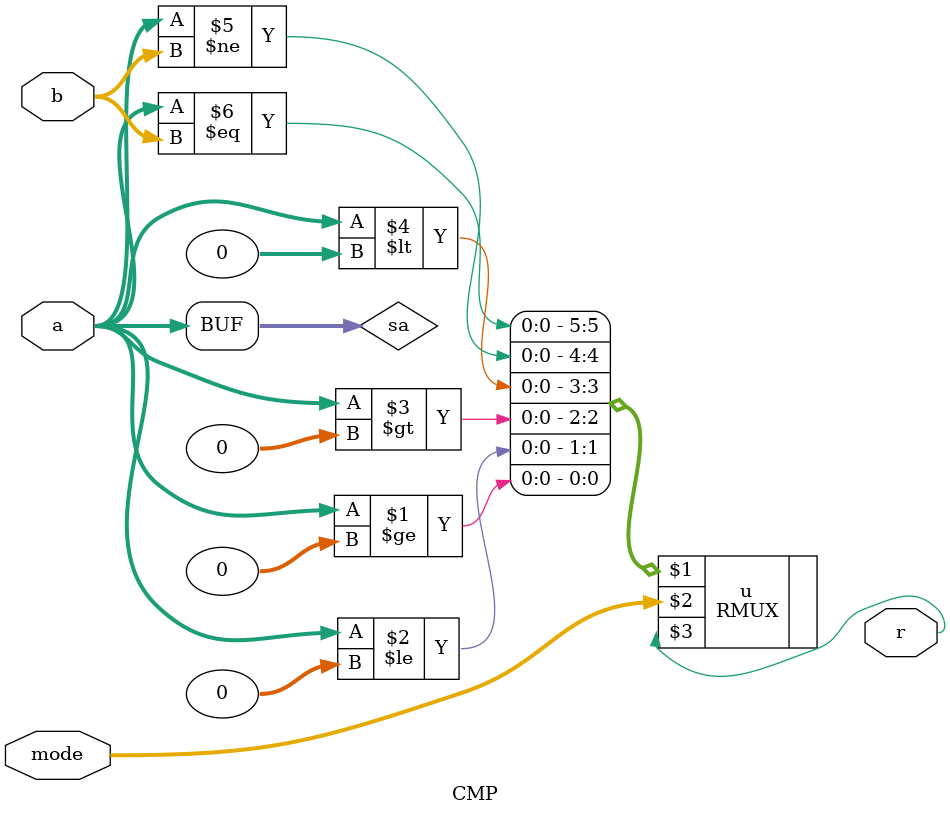
<source format=v>
`timescale 1ns / 1ps

module CMP(
    input [31:0] a, b,
    input [2:0] mode,
    output r
    );

    wire signed [31:0] sa = a;
    RMUX #(6, 3) u({
        a == b,
        a != b,
        sa < 0,
        sa > 0,
        sa <= 0,
        sa >= 0
    }, mode, r);
endmodule

</source>
